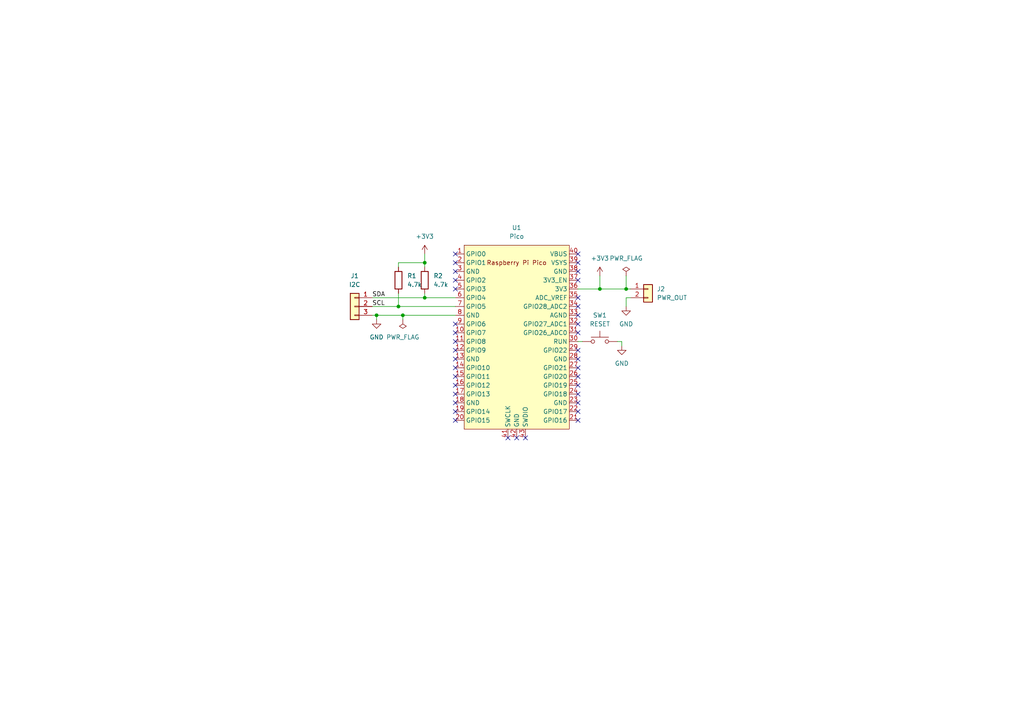
<source format=kicad_sch>
(kicad_sch (version 20211123) (generator eeschema)

  (uuid bfba773f-e3be-41fb-95b6-51a328f3edf8)

  (paper "A4")

  (title_block
    (title "PicoRomWriter")
    (date "2022-08-18")
    (rev "Ver. 1.0")
    (company "PnPn Manufactory")
  )

  (lib_symbols
    (symbol "Connector_Generic:Conn_01x02" (pin_names (offset 1.016) hide) (in_bom yes) (on_board yes)
      (property "Reference" "J" (id 0) (at 0 2.54 0)
        (effects (font (size 1.27 1.27)))
      )
      (property "Value" "Conn_01x02" (id 1) (at 0 -5.08 0)
        (effects (font (size 1.27 1.27)))
      )
      (property "Footprint" "" (id 2) (at 0 0 0)
        (effects (font (size 1.27 1.27)) hide)
      )
      (property "Datasheet" "~" (id 3) (at 0 0 0)
        (effects (font (size 1.27 1.27)) hide)
      )
      (property "ki_keywords" "connector" (id 4) (at 0 0 0)
        (effects (font (size 1.27 1.27)) hide)
      )
      (property "ki_description" "Generic connector, single row, 01x02, script generated (kicad-library-utils/schlib/autogen/connector/)" (id 5) (at 0 0 0)
        (effects (font (size 1.27 1.27)) hide)
      )
      (property "ki_fp_filters" "Connector*:*_1x??_*" (id 6) (at 0 0 0)
        (effects (font (size 1.27 1.27)) hide)
      )
      (symbol "Conn_01x02_1_1"
        (rectangle (start -1.27 -2.413) (end 0 -2.667)
          (stroke (width 0.1524) (type default) (color 0 0 0 0))
          (fill (type none))
        )
        (rectangle (start -1.27 0.127) (end 0 -0.127)
          (stroke (width 0.1524) (type default) (color 0 0 0 0))
          (fill (type none))
        )
        (rectangle (start -1.27 1.27) (end 1.27 -3.81)
          (stroke (width 0.254) (type default) (color 0 0 0 0))
          (fill (type background))
        )
        (pin passive line (at -5.08 0 0) (length 3.81)
          (name "Pin_1" (effects (font (size 1.27 1.27))))
          (number "1" (effects (font (size 1.27 1.27))))
        )
        (pin passive line (at -5.08 -2.54 0) (length 3.81)
          (name "Pin_2" (effects (font (size 1.27 1.27))))
          (number "2" (effects (font (size 1.27 1.27))))
        )
      )
    )
    (symbol "Connector_Generic:Conn_01x03" (pin_names (offset 1.016) hide) (in_bom yes) (on_board yes)
      (property "Reference" "J" (id 0) (at 0 5.08 0)
        (effects (font (size 1.27 1.27)))
      )
      (property "Value" "Conn_01x03" (id 1) (at 0 -5.08 0)
        (effects (font (size 1.27 1.27)))
      )
      (property "Footprint" "" (id 2) (at 0 0 0)
        (effects (font (size 1.27 1.27)) hide)
      )
      (property "Datasheet" "~" (id 3) (at 0 0 0)
        (effects (font (size 1.27 1.27)) hide)
      )
      (property "ki_keywords" "connector" (id 4) (at 0 0 0)
        (effects (font (size 1.27 1.27)) hide)
      )
      (property "ki_description" "Generic connector, single row, 01x03, script generated (kicad-library-utils/schlib/autogen/connector/)" (id 5) (at 0 0 0)
        (effects (font (size 1.27 1.27)) hide)
      )
      (property "ki_fp_filters" "Connector*:*_1x??_*" (id 6) (at 0 0 0)
        (effects (font (size 1.27 1.27)) hide)
      )
      (symbol "Conn_01x03_1_1"
        (rectangle (start -1.27 -2.413) (end 0 -2.667)
          (stroke (width 0.1524) (type default) (color 0 0 0 0))
          (fill (type none))
        )
        (rectangle (start -1.27 0.127) (end 0 -0.127)
          (stroke (width 0.1524) (type default) (color 0 0 0 0))
          (fill (type none))
        )
        (rectangle (start -1.27 2.667) (end 0 2.413)
          (stroke (width 0.1524) (type default) (color 0 0 0 0))
          (fill (type none))
        )
        (rectangle (start -1.27 3.81) (end 1.27 -3.81)
          (stroke (width 0.254) (type default) (color 0 0 0 0))
          (fill (type background))
        )
        (pin passive line (at -5.08 2.54 0) (length 3.81)
          (name "Pin_1" (effects (font (size 1.27 1.27))))
          (number "1" (effects (font (size 1.27 1.27))))
        )
        (pin passive line (at -5.08 0 0) (length 3.81)
          (name "Pin_2" (effects (font (size 1.27 1.27))))
          (number "2" (effects (font (size 1.27 1.27))))
        )
        (pin passive line (at -5.08 -2.54 0) (length 3.81)
          (name "Pin_3" (effects (font (size 1.27 1.27))))
          (number "3" (effects (font (size 1.27 1.27))))
        )
      )
    )
    (symbol "Device:R" (pin_numbers hide) (pin_names (offset 0)) (in_bom yes) (on_board yes)
      (property "Reference" "R" (id 0) (at 2.032 0 90)
        (effects (font (size 1.27 1.27)))
      )
      (property "Value" "R" (id 1) (at 0 0 90)
        (effects (font (size 1.27 1.27)))
      )
      (property "Footprint" "" (id 2) (at -1.778 0 90)
        (effects (font (size 1.27 1.27)) hide)
      )
      (property "Datasheet" "~" (id 3) (at 0 0 0)
        (effects (font (size 1.27 1.27)) hide)
      )
      (property "ki_keywords" "R res resistor" (id 4) (at 0 0 0)
        (effects (font (size 1.27 1.27)) hide)
      )
      (property "ki_description" "Resistor" (id 5) (at 0 0 0)
        (effects (font (size 1.27 1.27)) hide)
      )
      (property "ki_fp_filters" "R_*" (id 6) (at 0 0 0)
        (effects (font (size 1.27 1.27)) hide)
      )
      (symbol "R_0_1"
        (rectangle (start -1.016 -2.54) (end 1.016 2.54)
          (stroke (width 0.254) (type default) (color 0 0 0 0))
          (fill (type none))
        )
      )
      (symbol "R_1_1"
        (pin passive line (at 0 3.81 270) (length 1.27)
          (name "~" (effects (font (size 1.27 1.27))))
          (number "1" (effects (font (size 1.27 1.27))))
        )
        (pin passive line (at 0 -3.81 90) (length 1.27)
          (name "~" (effects (font (size 1.27 1.27))))
          (number "2" (effects (font (size 1.27 1.27))))
        )
      )
    )
    (symbol "MCU_RaspberryPi_and_Boards:Pico" (in_bom yes) (on_board yes)
      (property "Reference" "U" (id 0) (at -13.97 27.94 0)
        (effects (font (size 1.27 1.27)))
      )
      (property "Value" "Pico" (id 1) (at 0 19.05 0)
        (effects (font (size 1.27 1.27)))
      )
      (property "Footprint" "RPi_Pico:RPi_Pico_SMD_TH" (id 2) (at 0 0 90)
        (effects (font (size 1.27 1.27)) hide)
      )
      (property "Datasheet" "" (id 3) (at 0 0 0)
        (effects (font (size 1.27 1.27)) hide)
      )
      (symbol "Pico_0_0"
        (text "Raspberry Pi Pico" (at 0 21.59 0)
          (effects (font (size 1.27 1.27)))
        )
      )
      (symbol "Pico_0_1"
        (rectangle (start -15.24 26.67) (end 15.24 -26.67)
          (stroke (width 0) (type default) (color 0 0 0 0))
          (fill (type background))
        )
      )
      (symbol "Pico_1_1"
        (pin bidirectional line (at -17.78 24.13 0) (length 2.54)
          (name "GPIO0" (effects (font (size 1.27 1.27))))
          (number "1" (effects (font (size 1.27 1.27))))
        )
        (pin bidirectional line (at -17.78 1.27 0) (length 2.54)
          (name "GPIO7" (effects (font (size 1.27 1.27))))
          (number "10" (effects (font (size 1.27 1.27))))
        )
        (pin bidirectional line (at -17.78 -1.27 0) (length 2.54)
          (name "GPIO8" (effects (font (size 1.27 1.27))))
          (number "11" (effects (font (size 1.27 1.27))))
        )
        (pin bidirectional line (at -17.78 -3.81 0) (length 2.54)
          (name "GPIO9" (effects (font (size 1.27 1.27))))
          (number "12" (effects (font (size 1.27 1.27))))
        )
        (pin power_in line (at -17.78 -6.35 0) (length 2.54)
          (name "GND" (effects (font (size 1.27 1.27))))
          (number "13" (effects (font (size 1.27 1.27))))
        )
        (pin bidirectional line (at -17.78 -8.89 0) (length 2.54)
          (name "GPIO10" (effects (font (size 1.27 1.27))))
          (number "14" (effects (font (size 1.27 1.27))))
        )
        (pin bidirectional line (at -17.78 -11.43 0) (length 2.54)
          (name "GPIO11" (effects (font (size 1.27 1.27))))
          (number "15" (effects (font (size 1.27 1.27))))
        )
        (pin bidirectional line (at -17.78 -13.97 0) (length 2.54)
          (name "GPIO12" (effects (font (size 1.27 1.27))))
          (number "16" (effects (font (size 1.27 1.27))))
        )
        (pin bidirectional line (at -17.78 -16.51 0) (length 2.54)
          (name "GPIO13" (effects (font (size 1.27 1.27))))
          (number "17" (effects (font (size 1.27 1.27))))
        )
        (pin power_in line (at -17.78 -19.05 0) (length 2.54)
          (name "GND" (effects (font (size 1.27 1.27))))
          (number "18" (effects (font (size 1.27 1.27))))
        )
        (pin bidirectional line (at -17.78 -21.59 0) (length 2.54)
          (name "GPIO14" (effects (font (size 1.27 1.27))))
          (number "19" (effects (font (size 1.27 1.27))))
        )
        (pin bidirectional line (at -17.78 21.59 0) (length 2.54)
          (name "GPIO1" (effects (font (size 1.27 1.27))))
          (number "2" (effects (font (size 1.27 1.27))))
        )
        (pin bidirectional line (at -17.78 -24.13 0) (length 2.54)
          (name "GPIO15" (effects (font (size 1.27 1.27))))
          (number "20" (effects (font (size 1.27 1.27))))
        )
        (pin bidirectional line (at 17.78 -24.13 180) (length 2.54)
          (name "GPIO16" (effects (font (size 1.27 1.27))))
          (number "21" (effects (font (size 1.27 1.27))))
        )
        (pin bidirectional line (at 17.78 -21.59 180) (length 2.54)
          (name "GPIO17" (effects (font (size 1.27 1.27))))
          (number "22" (effects (font (size 1.27 1.27))))
        )
        (pin power_in line (at 17.78 -19.05 180) (length 2.54)
          (name "GND" (effects (font (size 1.27 1.27))))
          (number "23" (effects (font (size 1.27 1.27))))
        )
        (pin bidirectional line (at 17.78 -16.51 180) (length 2.54)
          (name "GPIO18" (effects (font (size 1.27 1.27))))
          (number "24" (effects (font (size 1.27 1.27))))
        )
        (pin bidirectional line (at 17.78 -13.97 180) (length 2.54)
          (name "GPIO19" (effects (font (size 1.27 1.27))))
          (number "25" (effects (font (size 1.27 1.27))))
        )
        (pin bidirectional line (at 17.78 -11.43 180) (length 2.54)
          (name "GPIO20" (effects (font (size 1.27 1.27))))
          (number "26" (effects (font (size 1.27 1.27))))
        )
        (pin bidirectional line (at 17.78 -8.89 180) (length 2.54)
          (name "GPIO21" (effects (font (size 1.27 1.27))))
          (number "27" (effects (font (size 1.27 1.27))))
        )
        (pin power_in line (at 17.78 -6.35 180) (length 2.54)
          (name "GND" (effects (font (size 1.27 1.27))))
          (number "28" (effects (font (size 1.27 1.27))))
        )
        (pin bidirectional line (at 17.78 -3.81 180) (length 2.54)
          (name "GPIO22" (effects (font (size 1.27 1.27))))
          (number "29" (effects (font (size 1.27 1.27))))
        )
        (pin power_in line (at -17.78 19.05 0) (length 2.54)
          (name "GND" (effects (font (size 1.27 1.27))))
          (number "3" (effects (font (size 1.27 1.27))))
        )
        (pin input line (at 17.78 -1.27 180) (length 2.54)
          (name "RUN" (effects (font (size 1.27 1.27))))
          (number "30" (effects (font (size 1.27 1.27))))
        )
        (pin bidirectional line (at 17.78 1.27 180) (length 2.54)
          (name "GPIO26_ADC0" (effects (font (size 1.27 1.27))))
          (number "31" (effects (font (size 1.27 1.27))))
        )
        (pin bidirectional line (at 17.78 3.81 180) (length 2.54)
          (name "GPIO27_ADC1" (effects (font (size 1.27 1.27))))
          (number "32" (effects (font (size 1.27 1.27))))
        )
        (pin power_in line (at 17.78 6.35 180) (length 2.54)
          (name "AGND" (effects (font (size 1.27 1.27))))
          (number "33" (effects (font (size 1.27 1.27))))
        )
        (pin bidirectional line (at 17.78 8.89 180) (length 2.54)
          (name "GPIO28_ADC2" (effects (font (size 1.27 1.27))))
          (number "34" (effects (font (size 1.27 1.27))))
        )
        (pin power_in line (at 17.78 11.43 180) (length 2.54)
          (name "ADC_VREF" (effects (font (size 1.27 1.27))))
          (number "35" (effects (font (size 1.27 1.27))))
        )
        (pin power_in line (at 17.78 13.97 180) (length 2.54)
          (name "3V3" (effects (font (size 1.27 1.27))))
          (number "36" (effects (font (size 1.27 1.27))))
        )
        (pin input line (at 17.78 16.51 180) (length 2.54)
          (name "3V3_EN" (effects (font (size 1.27 1.27))))
          (number "37" (effects (font (size 1.27 1.27))))
        )
        (pin bidirectional line (at 17.78 19.05 180) (length 2.54)
          (name "GND" (effects (font (size 1.27 1.27))))
          (number "38" (effects (font (size 1.27 1.27))))
        )
        (pin power_in line (at 17.78 21.59 180) (length 2.54)
          (name "VSYS" (effects (font (size 1.27 1.27))))
          (number "39" (effects (font (size 1.27 1.27))))
        )
        (pin bidirectional line (at -17.78 16.51 0) (length 2.54)
          (name "GPIO2" (effects (font (size 1.27 1.27))))
          (number "4" (effects (font (size 1.27 1.27))))
        )
        (pin power_in line (at 17.78 24.13 180) (length 2.54)
          (name "VBUS" (effects (font (size 1.27 1.27))))
          (number "40" (effects (font (size 1.27 1.27))))
        )
        (pin input line (at -2.54 -29.21 90) (length 2.54)
          (name "SWCLK" (effects (font (size 1.27 1.27))))
          (number "41" (effects (font (size 1.27 1.27))))
        )
        (pin power_in line (at 0 -29.21 90) (length 2.54)
          (name "GND" (effects (font (size 1.27 1.27))))
          (number "42" (effects (font (size 1.27 1.27))))
        )
        (pin bidirectional line (at 2.54 -29.21 90) (length 2.54)
          (name "SWDIO" (effects (font (size 1.27 1.27))))
          (number "43" (effects (font (size 1.27 1.27))))
        )
        (pin bidirectional line (at -17.78 13.97 0) (length 2.54)
          (name "GPIO3" (effects (font (size 1.27 1.27))))
          (number "5" (effects (font (size 1.27 1.27))))
        )
        (pin bidirectional line (at -17.78 11.43 0) (length 2.54)
          (name "GPIO4" (effects (font (size 1.27 1.27))))
          (number "6" (effects (font (size 1.27 1.27))))
        )
        (pin bidirectional line (at -17.78 8.89 0) (length 2.54)
          (name "GPIO5" (effects (font (size 1.27 1.27))))
          (number "7" (effects (font (size 1.27 1.27))))
        )
        (pin power_in line (at -17.78 6.35 0) (length 2.54)
          (name "GND" (effects (font (size 1.27 1.27))))
          (number "8" (effects (font (size 1.27 1.27))))
        )
        (pin bidirectional line (at -17.78 3.81 0) (length 2.54)
          (name "GPIO6" (effects (font (size 1.27 1.27))))
          (number "9" (effects (font (size 1.27 1.27))))
        )
      )
    )
    (symbol "Switch:SW_Push" (pin_numbers hide) (pin_names (offset 1.016) hide) (in_bom yes) (on_board yes)
      (property "Reference" "SW" (id 0) (at 1.27 2.54 0)
        (effects (font (size 1.27 1.27)) (justify left))
      )
      (property "Value" "SW_Push" (id 1) (at 0 -1.524 0)
        (effects (font (size 1.27 1.27)))
      )
      (property "Footprint" "" (id 2) (at 0 5.08 0)
        (effects (font (size 1.27 1.27)) hide)
      )
      (property "Datasheet" "~" (id 3) (at 0 5.08 0)
        (effects (font (size 1.27 1.27)) hide)
      )
      (property "ki_keywords" "switch normally-open pushbutton push-button" (id 4) (at 0 0 0)
        (effects (font (size 1.27 1.27)) hide)
      )
      (property "ki_description" "Push button switch, generic, two pins" (id 5) (at 0 0 0)
        (effects (font (size 1.27 1.27)) hide)
      )
      (symbol "SW_Push_0_1"
        (circle (center -2.032 0) (radius 0.508)
          (stroke (width 0) (type default) (color 0 0 0 0))
          (fill (type none))
        )
        (polyline
          (pts
            (xy 0 1.27)
            (xy 0 3.048)
          )
          (stroke (width 0) (type default) (color 0 0 0 0))
          (fill (type none))
        )
        (polyline
          (pts
            (xy 2.54 1.27)
            (xy -2.54 1.27)
          )
          (stroke (width 0) (type default) (color 0 0 0 0))
          (fill (type none))
        )
        (circle (center 2.032 0) (radius 0.508)
          (stroke (width 0) (type default) (color 0 0 0 0))
          (fill (type none))
        )
        (pin passive line (at -5.08 0 0) (length 2.54)
          (name "1" (effects (font (size 1.27 1.27))))
          (number "1" (effects (font (size 1.27 1.27))))
        )
        (pin passive line (at 5.08 0 180) (length 2.54)
          (name "2" (effects (font (size 1.27 1.27))))
          (number "2" (effects (font (size 1.27 1.27))))
        )
      )
    )
    (symbol "power:+3V3" (power) (pin_names (offset 0)) (in_bom yes) (on_board yes)
      (property "Reference" "#PWR" (id 0) (at 0 -3.81 0)
        (effects (font (size 1.27 1.27)) hide)
      )
      (property "Value" "+3V3" (id 1) (at 0 3.556 0)
        (effects (font (size 1.27 1.27)))
      )
      (property "Footprint" "" (id 2) (at 0 0 0)
        (effects (font (size 1.27 1.27)) hide)
      )
      (property "Datasheet" "" (id 3) (at 0 0 0)
        (effects (font (size 1.27 1.27)) hide)
      )
      (property "ki_keywords" "power-flag" (id 4) (at 0 0 0)
        (effects (font (size 1.27 1.27)) hide)
      )
      (property "ki_description" "Power symbol creates a global label with name \"+3V3\"" (id 5) (at 0 0 0)
        (effects (font (size 1.27 1.27)) hide)
      )
      (symbol "+3V3_0_1"
        (polyline
          (pts
            (xy -0.762 1.27)
            (xy 0 2.54)
          )
          (stroke (width 0) (type default) (color 0 0 0 0))
          (fill (type none))
        )
        (polyline
          (pts
            (xy 0 0)
            (xy 0 2.54)
          )
          (stroke (width 0) (type default) (color 0 0 0 0))
          (fill (type none))
        )
        (polyline
          (pts
            (xy 0 2.54)
            (xy 0.762 1.27)
          )
          (stroke (width 0) (type default) (color 0 0 0 0))
          (fill (type none))
        )
      )
      (symbol "+3V3_1_1"
        (pin power_in line (at 0 0 90) (length 0) hide
          (name "+3V3" (effects (font (size 1.27 1.27))))
          (number "1" (effects (font (size 1.27 1.27))))
        )
      )
    )
    (symbol "power:GND" (power) (pin_names (offset 0)) (in_bom yes) (on_board yes)
      (property "Reference" "#PWR" (id 0) (at 0 -6.35 0)
        (effects (font (size 1.27 1.27)) hide)
      )
      (property "Value" "GND" (id 1) (at 0 -3.81 0)
        (effects (font (size 1.27 1.27)))
      )
      (property "Footprint" "" (id 2) (at 0 0 0)
        (effects (font (size 1.27 1.27)) hide)
      )
      (property "Datasheet" "" (id 3) (at 0 0 0)
        (effects (font (size 1.27 1.27)) hide)
      )
      (property "ki_keywords" "power-flag" (id 4) (at 0 0 0)
        (effects (font (size 1.27 1.27)) hide)
      )
      (property "ki_description" "Power symbol creates a global label with name \"GND\" , ground" (id 5) (at 0 0 0)
        (effects (font (size 1.27 1.27)) hide)
      )
      (symbol "GND_0_1"
        (polyline
          (pts
            (xy 0 0)
            (xy 0 -1.27)
            (xy 1.27 -1.27)
            (xy 0 -2.54)
            (xy -1.27 -1.27)
            (xy 0 -1.27)
          )
          (stroke (width 0) (type default) (color 0 0 0 0))
          (fill (type none))
        )
      )
      (symbol "GND_1_1"
        (pin power_in line (at 0 0 270) (length 0) hide
          (name "GND" (effects (font (size 1.27 1.27))))
          (number "1" (effects (font (size 1.27 1.27))))
        )
      )
    )
    (symbol "power:PWR_FLAG" (power) (pin_numbers hide) (pin_names (offset 0) hide) (in_bom yes) (on_board yes)
      (property "Reference" "#FLG" (id 0) (at 0 1.905 0)
        (effects (font (size 1.27 1.27)) hide)
      )
      (property "Value" "PWR_FLAG" (id 1) (at 0 3.81 0)
        (effects (font (size 1.27 1.27)))
      )
      (property "Footprint" "" (id 2) (at 0 0 0)
        (effects (font (size 1.27 1.27)) hide)
      )
      (property "Datasheet" "~" (id 3) (at 0 0 0)
        (effects (font (size 1.27 1.27)) hide)
      )
      (property "ki_keywords" "power-flag" (id 4) (at 0 0 0)
        (effects (font (size 1.27 1.27)) hide)
      )
      (property "ki_description" "Special symbol for telling ERC where power comes from" (id 5) (at 0 0 0)
        (effects (font (size 1.27 1.27)) hide)
      )
      (symbol "PWR_FLAG_0_0"
        (pin power_out line (at 0 0 90) (length 0)
          (name "pwr" (effects (font (size 1.27 1.27))))
          (number "1" (effects (font (size 1.27 1.27))))
        )
      )
      (symbol "PWR_FLAG_0_1"
        (polyline
          (pts
            (xy 0 0)
            (xy 0 1.27)
            (xy -1.016 1.905)
            (xy 0 2.54)
            (xy 1.016 1.905)
            (xy 0 1.27)
          )
          (stroke (width 0) (type default) (color 0 0 0 0))
          (fill (type none))
        )
      )
    )
  )

  (junction (at 181.61 83.82) (diameter 0) (color 0 0 0 0)
    (uuid 1bb225ea-6fb7-4667-a7ba-63e599c895db)
  )
  (junction (at 173.99 83.82) (diameter 0) (color 0 0 0 0)
    (uuid 1d938f32-50c4-4251-9385-39f77d800966)
  )
  (junction (at 115.57 88.9) (diameter 0) (color 0 0 0 0)
    (uuid 61495a85-8e2f-49fd-80e5-e55d8e0591aa)
  )
  (junction (at 109.22 91.44) (diameter 0) (color 0 0 0 0)
    (uuid 6c60e070-4378-4474-a2fa-e7fc88695eea)
  )
  (junction (at 116.84 91.44) (diameter 0) (color 0 0 0 0)
    (uuid 86bbb538-756c-412f-9827-2fa3bc42cea0)
  )
  (junction (at 123.19 76.2) (diameter 0) (color 0 0 0 0)
    (uuid ece14688-aaec-4920-9bff-e659a050ebee)
  )
  (junction (at 123.19 86.36) (diameter 0) (color 0 0 0 0)
    (uuid ff8fed1a-0d6e-40a5-a5ae-eba49616fe07)
  )

  (no_connect (at 167.64 86.36) (uuid 3b52c97d-fd1e-4f38-82a1-e83c654f1d85))
  (no_connect (at 167.64 91.44) (uuid 3b52c97d-fd1e-4f38-82a1-e83c654f1d86))
  (no_connect (at 167.64 88.9) (uuid 3b52c97d-fd1e-4f38-82a1-e83c654f1d87))
  (no_connect (at 167.64 96.52) (uuid 3b52c97d-fd1e-4f38-82a1-e83c654f1d88))
  (no_connect (at 167.64 93.98) (uuid 3b52c97d-fd1e-4f38-82a1-e83c654f1d89))
  (no_connect (at 147.32 127) (uuid 3b52c97d-fd1e-4f38-82a1-e83c654f1d8a))
  (no_connect (at 149.86 127) (uuid 3b52c97d-fd1e-4f38-82a1-e83c654f1d8b))
  (no_connect (at 167.64 121.92) (uuid 3b52c97d-fd1e-4f38-82a1-e83c654f1d8c))
  (no_connect (at 152.4 127) (uuid 3b52c97d-fd1e-4f38-82a1-e83c654f1d8d))
  (no_connect (at 167.64 114.3) (uuid 3b52c97d-fd1e-4f38-82a1-e83c654f1d8e))
  (no_connect (at 167.64 116.84) (uuid 3b52c97d-fd1e-4f38-82a1-e83c654f1d8f))
  (no_connect (at 132.08 121.92) (uuid 3b52c97d-fd1e-4f38-82a1-e83c654f1d90))
  (no_connect (at 167.64 73.66) (uuid 3b52c97d-fd1e-4f38-82a1-e83c654f1d91))
  (no_connect (at 167.64 119.38) (uuid 3b52c97d-fd1e-4f38-82a1-e83c654f1d92))
  (no_connect (at 167.64 81.28) (uuid 3b52c97d-fd1e-4f38-82a1-e83c654f1d93))
  (no_connect (at 167.64 76.2) (uuid 3b52c97d-fd1e-4f38-82a1-e83c654f1d94))
  (no_connect (at 167.64 78.74) (uuid 3b52c97d-fd1e-4f38-82a1-e83c654f1d95))
  (no_connect (at 167.64 106.68) (uuid 3b52c97d-fd1e-4f38-82a1-e83c654f1d96))
  (no_connect (at 167.64 101.6) (uuid 3b52c97d-fd1e-4f38-82a1-e83c654f1d97))
  (no_connect (at 167.64 109.22) (uuid 3b52c97d-fd1e-4f38-82a1-e83c654f1d98))
  (no_connect (at 167.64 111.76) (uuid 3b52c97d-fd1e-4f38-82a1-e83c654f1d99))
  (no_connect (at 167.64 104.14) (uuid 3b52c97d-fd1e-4f38-82a1-e83c654f1d9a))
  (no_connect (at 132.08 101.6) (uuid 5976331e-9c83-4528-9989-fa3b49fbcb84))
  (no_connect (at 132.08 99.06) (uuid 5976331e-9c83-4528-9989-fa3b49fbcb85))
  (no_connect (at 132.08 93.98) (uuid 5976331e-9c83-4528-9989-fa3b49fbcb86))
  (no_connect (at 132.08 96.52) (uuid 5976331e-9c83-4528-9989-fa3b49fbcb87))
  (no_connect (at 132.08 106.68) (uuid 5976331e-9c83-4528-9989-fa3b49fbcb88))
  (no_connect (at 132.08 114.3) (uuid 5976331e-9c83-4528-9989-fa3b49fbcb89))
  (no_connect (at 132.08 104.14) (uuid 5976331e-9c83-4528-9989-fa3b49fbcb8a))
  (no_connect (at 132.08 111.76) (uuid 5976331e-9c83-4528-9989-fa3b49fbcb8b))
  (no_connect (at 132.08 109.22) (uuid 5976331e-9c83-4528-9989-fa3b49fbcb8c))
  (no_connect (at 132.08 78.74) (uuid 5976331e-9c83-4528-9989-fa3b49fbcb8d))
  (no_connect (at 132.08 73.66) (uuid 5976331e-9c83-4528-9989-fa3b49fbcb8e))
  (no_connect (at 132.08 76.2) (uuid 5976331e-9c83-4528-9989-fa3b49fbcb8f))
  (no_connect (at 132.08 119.38) (uuid 5976331e-9c83-4528-9989-fa3b49fbcb90))
  (no_connect (at 132.08 116.84) (uuid 5976331e-9c83-4528-9989-fa3b49fbcb91))
  (no_connect (at 132.08 81.28) (uuid a8a336b0-017a-4f65-a3aa-4be1822e72fb))
  (no_connect (at 132.08 83.82) (uuid a8a336b0-017a-4f65-a3aa-4be1822e72fb))

  (wire (pts (xy 115.57 88.9) (xy 132.08 88.9))
    (stroke (width 0) (type default) (color 0 0 0 0))
    (uuid 0ece1a38-1147-4b5d-ba24-d5e8c5da90b2)
  )
  (wire (pts (xy 173.99 80.01) (xy 173.99 83.82))
    (stroke (width 0) (type default) (color 0 0 0 0))
    (uuid 16e2ef9d-278d-43a2-8071-c90276459bcf)
  )
  (wire (pts (xy 167.64 99.06) (xy 168.91 99.06))
    (stroke (width 0) (type default) (color 0 0 0 0))
    (uuid 189e3251-e127-41ea-bd89-4353598cd53f)
  )
  (wire (pts (xy 123.19 73.66) (xy 123.19 76.2))
    (stroke (width 0) (type default) (color 0 0 0 0))
    (uuid 19cf0fbd-2c82-4d5e-bf4a-63d5b3ff5f55)
  )
  (wire (pts (xy 115.57 85.09) (xy 115.57 88.9))
    (stroke (width 0) (type default) (color 0 0 0 0))
    (uuid 2081f1ea-3db0-4da4-9ad0-ffecfbacba90)
  )
  (wire (pts (xy 115.57 76.2) (xy 115.57 77.47))
    (stroke (width 0) (type default) (color 0 0 0 0))
    (uuid 20c4ef49-4e77-4f51-bcbb-e58f79f092b8)
  )
  (wire (pts (xy 107.95 91.44) (xy 109.22 91.44))
    (stroke (width 0) (type default) (color 0 0 0 0))
    (uuid 22b1c987-bd5f-48a0-9f45-73e2bbc3d4bb)
  )
  (wire (pts (xy 107.95 88.9) (xy 115.57 88.9))
    (stroke (width 0) (type default) (color 0 0 0 0))
    (uuid 33cf915e-60ff-4a52-84c6-a695a45d9a23)
  )
  (wire (pts (xy 123.19 76.2) (xy 123.19 77.47))
    (stroke (width 0) (type default) (color 0 0 0 0))
    (uuid 3c093d85-5e44-4900-a44c-e5c844859233)
  )
  (wire (pts (xy 179.07 99.06) (xy 180.34 99.06))
    (stroke (width 0) (type default) (color 0 0 0 0))
    (uuid 3cfd592f-e8f7-4d2f-89d6-af642f777b9a)
  )
  (wire (pts (xy 181.61 86.36) (xy 181.61 88.9))
    (stroke (width 0) (type default) (color 0 0 0 0))
    (uuid 44e52c9c-8c76-4d4d-8eb7-d1ea6ddcb874)
  )
  (wire (pts (xy 109.22 91.44) (xy 116.84 91.44))
    (stroke (width 0) (type default) (color 0 0 0 0))
    (uuid 4bcb2139-105a-4bb1-a71c-d3298ee616b6)
  )
  (wire (pts (xy 123.19 85.09) (xy 123.19 86.36))
    (stroke (width 0) (type default) (color 0 0 0 0))
    (uuid 58aefc48-a60f-4f6c-943d-3cdbde5e07b1)
  )
  (wire (pts (xy 107.95 86.36) (xy 123.19 86.36))
    (stroke (width 0) (type default) (color 0 0 0 0))
    (uuid 6216b86f-8c36-40e1-9d12-e869149ffc8b)
  )
  (wire (pts (xy 116.84 91.44) (xy 116.84 92.71))
    (stroke (width 0) (type default) (color 0 0 0 0))
    (uuid 62b25915-366e-4ce7-8c00-36f38b7f99a0)
  )
  (wire (pts (xy 115.57 76.2) (xy 123.19 76.2))
    (stroke (width 0) (type default) (color 0 0 0 0))
    (uuid 6785d73c-6e9c-4a69-96e1-1dcda3bb1fee)
  )
  (wire (pts (xy 181.61 83.82) (xy 182.88 83.82))
    (stroke (width 0) (type default) (color 0 0 0 0))
    (uuid 793aa86f-3f5c-43f7-867a-da84d653f199)
  )
  (wire (pts (xy 180.34 99.06) (xy 180.34 100.33))
    (stroke (width 0) (type default) (color 0 0 0 0))
    (uuid 837c9418-e843-4293-8dbf-3fb3674177db)
  )
  (wire (pts (xy 181.61 86.36) (xy 182.88 86.36))
    (stroke (width 0) (type default) (color 0 0 0 0))
    (uuid 89809c92-7acd-40ad-928e-572fc627bc5d)
  )
  (wire (pts (xy 109.22 91.44) (xy 109.22 92.71))
    (stroke (width 0) (type default) (color 0 0 0 0))
    (uuid c0e50fdd-f549-45af-9b35-ea1036b26acb)
  )
  (wire (pts (xy 181.61 80.01) (xy 181.61 83.82))
    (stroke (width 0) (type default) (color 0 0 0 0))
    (uuid db574447-ab2d-4e4a-a192-170d01a2620f)
  )
  (wire (pts (xy 116.84 91.44) (xy 132.08 91.44))
    (stroke (width 0) (type default) (color 0 0 0 0))
    (uuid e7a1f548-b6dd-48b3-b476-7232d2352fd3)
  )
  (wire (pts (xy 173.99 83.82) (xy 181.61 83.82))
    (stroke (width 0) (type default) (color 0 0 0 0))
    (uuid ede07620-4429-49e5-b0c0-fcd1ead3e960)
  )
  (wire (pts (xy 123.19 86.36) (xy 132.08 86.36))
    (stroke (width 0) (type default) (color 0 0 0 0))
    (uuid f8a07d04-aaf8-4715-a1a9-172ae61a2ccd)
  )
  (wire (pts (xy 167.64 83.82) (xy 173.99 83.82))
    (stroke (width 0) (type default) (color 0 0 0 0))
    (uuid fd87c133-1a53-4eed-a2e5-eba78a79b5c2)
  )

  (label "SCL" (at 107.95 88.9 0)
    (effects (font (size 1.27 1.27)) (justify left bottom))
    (uuid 576effe8-0c56-4cb7-a395-cbe213a8285f)
  )
  (label "SDA" (at 107.95 86.36 0)
    (effects (font (size 1.27 1.27)) (justify left bottom))
    (uuid 99478ed3-8549-4c32-ae30-58cdf489478f)
  )

  (symbol (lib_id "Connector_Generic:Conn_01x02") (at 187.96 83.82 0) (unit 1)
    (in_bom yes) (on_board yes) (fields_autoplaced)
    (uuid 12708eb3-7cde-4593-9bee-2c1253dcbd0a)
    (property "Reference" "J2" (id 0) (at 190.5 83.8199 0)
      (effects (font (size 1.27 1.27)) (justify left))
    )
    (property "Value" "PWR_OUT" (id 1) (at 190.5 86.3599 0)
      (effects (font (size 1.27 1.27)) (justify left))
    )
    (property "Footprint" "Connector_JST:JST_XH_B2B-XH-A_1x02_P2.50mm_Vertical" (id 2) (at 187.96 83.82 0)
      (effects (font (size 1.27 1.27)) hide)
    )
    (property "Datasheet" "~" (id 3) (at 187.96 83.82 0)
      (effects (font (size 1.27 1.27)) hide)
    )
    (pin "1" (uuid 10abf944-35c6-4d75-8740-34a4bb230926))
    (pin "2" (uuid 120b34e1-d13b-4c0c-9f02-1ff7bfc5c397))
  )

  (symbol (lib_id "power:PWR_FLAG") (at 116.84 92.71 180) (unit 1)
    (in_bom yes) (on_board yes) (fields_autoplaced)
    (uuid 1dac7313-6dd0-45d2-a810-3048386027d6)
    (property "Reference" "#FLG?" (id 0) (at 116.84 94.615 0)
      (effects (font (size 1.27 1.27)) hide)
    )
    (property "Value" "PWR_FLAG" (id 1) (at 116.84 97.79 0))
    (property "Footprint" "" (id 2) (at 116.84 92.71 0)
      (effects (font (size 1.27 1.27)) hide)
    )
    (property "Datasheet" "~" (id 3) (at 116.84 92.71 0)
      (effects (font (size 1.27 1.27)) hide)
    )
    (pin "1" (uuid 3f20fbe9-7214-4e51-b06a-0661a3b89cc7))
  )

  (symbol (lib_id "power:GND") (at 181.61 88.9 0) (unit 1)
    (in_bom yes) (on_board yes) (fields_autoplaced)
    (uuid 2f989ad2-80d4-43b5-b24b-228e1d492728)
    (property "Reference" "#PWR02" (id 0) (at 181.61 95.25 0)
      (effects (font (size 1.27 1.27)) hide)
    )
    (property "Value" "GND" (id 1) (at 181.61 93.98 0))
    (property "Footprint" "" (id 2) (at 181.61 88.9 0)
      (effects (font (size 1.27 1.27)) hide)
    )
    (property "Datasheet" "" (id 3) (at 181.61 88.9 0)
      (effects (font (size 1.27 1.27)) hide)
    )
    (pin "1" (uuid 9c35e91a-2727-4d93-9d8c-d2626b5fe7bf))
  )

  (symbol (lib_id "power:+3V3") (at 123.19 73.66 0) (unit 1)
    (in_bom yes) (on_board yes) (fields_autoplaced)
    (uuid 4081b3f2-764e-4b0c-ac23-a64e0154387e)
    (property "Reference" "#PWR01" (id 0) (at 123.19 77.47 0)
      (effects (font (size 1.27 1.27)) hide)
    )
    (property "Value" "+3V3" (id 1) (at 123.19 68.58 0))
    (property "Footprint" "" (id 2) (at 123.19 73.66 0)
      (effects (font (size 1.27 1.27)) hide)
    )
    (property "Datasheet" "" (id 3) (at 123.19 73.66 0)
      (effects (font (size 1.27 1.27)) hide)
    )
    (pin "1" (uuid b5eb9d0b-c63e-4b9b-a9be-426ae750878b))
  )

  (symbol (lib_id "power:+3V3") (at 173.99 80.01 0) (unit 1)
    (in_bom yes) (on_board yes) (fields_autoplaced)
    (uuid 4954db91-dd86-4188-a22d-dbaf969a08e9)
    (property "Reference" "#PWR05" (id 0) (at 173.99 83.82 0)
      (effects (font (size 1.27 1.27)) hide)
    )
    (property "Value" "+3V3" (id 1) (at 173.99 74.93 0))
    (property "Footprint" "" (id 2) (at 173.99 80.01 0)
      (effects (font (size 1.27 1.27)) hide)
    )
    (property "Datasheet" "" (id 3) (at 173.99 80.01 0)
      (effects (font (size 1.27 1.27)) hide)
    )
    (pin "1" (uuid a100165c-8be8-4723-bd94-1e6c9abc762e))
  )

  (symbol (lib_id "Connector_Generic:Conn_01x03") (at 102.87 88.9 0) (mirror y) (unit 1)
    (in_bom yes) (on_board yes) (fields_autoplaced)
    (uuid 4a4b5390-de15-4394-b9da-8fdfe7d180c3)
    (property "Reference" "J1" (id 0) (at 102.87 80.01 0))
    (property "Value" "I2C" (id 1) (at 102.87 82.55 0))
    (property "Footprint" "Connector_JST:JST_XH_B3B-XH-A_1x03_P2.50mm_Vertical" (id 2) (at 102.87 88.9 0)
      (effects (font (size 1.27 1.27)) hide)
    )
    (property "Datasheet" "~" (id 3) (at 102.87 88.9 0)
      (effects (font (size 1.27 1.27)) hide)
    )
    (pin "1" (uuid 908d888e-65dd-45bf-9942-95b94b539d19))
    (pin "2" (uuid 6c3a3f62-5124-4e9a-997c-dd67078b8680))
    (pin "3" (uuid d21a7b1d-5d1d-4b70-b46f-da2a2dac16af))
  )

  (symbol (lib_id "Device:R") (at 123.19 81.28 0) (unit 1)
    (in_bom yes) (on_board yes) (fields_autoplaced)
    (uuid 74186e51-ecf7-430f-8d0b-8e9ee9eed43f)
    (property "Reference" "R2" (id 0) (at 125.73 80.0099 0)
      (effects (font (size 1.27 1.27)) (justify left))
    )
    (property "Value" "4.7k" (id 1) (at 125.73 82.5499 0)
      (effects (font (size 1.27 1.27)) (justify left))
    )
    (property "Footprint" "Resistor_THT:R_Axial_DIN0207_L6.3mm_D2.5mm_P10.16mm_Horizontal" (id 2) (at 121.412 81.28 90)
      (effects (font (size 1.27 1.27)) hide)
    )
    (property "Datasheet" "~" (id 3) (at 123.19 81.28 0)
      (effects (font (size 1.27 1.27)) hide)
    )
    (pin "1" (uuid 35e2b371-54b2-4cf1-a92c-1f571cce1c6a))
    (pin "2" (uuid 4a2feda9-08c8-4c77-910b-5c49e5e18d6a))
  )

  (symbol (lib_id "power:GND") (at 180.34 100.33 0) (unit 1)
    (in_bom yes) (on_board yes) (fields_autoplaced)
    (uuid 8f2690e6-7a52-43a8-802a-6724a2a5c04f)
    (property "Reference" "#PWR06" (id 0) (at 180.34 106.68 0)
      (effects (font (size 1.27 1.27)) hide)
    )
    (property "Value" "GND" (id 1) (at 180.34 105.41 0))
    (property "Footprint" "" (id 2) (at 180.34 100.33 0)
      (effects (font (size 1.27 1.27)) hide)
    )
    (property "Datasheet" "" (id 3) (at 180.34 100.33 0)
      (effects (font (size 1.27 1.27)) hide)
    )
    (pin "1" (uuid 8409a3ea-a788-4da8-863a-7dfc6092d82b))
  )

  (symbol (lib_id "Device:R") (at 115.57 81.28 0) (unit 1)
    (in_bom yes) (on_board yes) (fields_autoplaced)
    (uuid 8ffdf010-a3b1-4631-a63c-a38fbedabc34)
    (property "Reference" "R1" (id 0) (at 118.11 80.0099 0)
      (effects (font (size 1.27 1.27)) (justify left))
    )
    (property "Value" "4.7k" (id 1) (at 118.11 82.5499 0)
      (effects (font (size 1.27 1.27)) (justify left))
    )
    (property "Footprint" "Resistor_THT:R_Axial_DIN0207_L6.3mm_D2.5mm_P10.16mm_Horizontal" (id 2) (at 113.792 81.28 90)
      (effects (font (size 1.27 1.27)) hide)
    )
    (property "Datasheet" "~" (id 3) (at 115.57 81.28 0)
      (effects (font (size 1.27 1.27)) hide)
    )
    (pin "1" (uuid a758797b-167e-4165-b099-86ec7d697c44))
    (pin "2" (uuid b8513a96-78fc-4a20-85ad-7db3ee6640ae))
  )

  (symbol (lib_id "power:PWR_FLAG") (at 181.61 80.01 0) (unit 1)
    (in_bom yes) (on_board yes) (fields_autoplaced)
    (uuid 92b4ab21-63f9-4bea-9200-f17276f16b6e)
    (property "Reference" "#FLG01" (id 0) (at 181.61 78.105 0)
      (effects (font (size 1.27 1.27)) hide)
    )
    (property "Value" "PWR_FLAG" (id 1) (at 181.61 74.93 0))
    (property "Footprint" "" (id 2) (at 181.61 80.01 0)
      (effects (font (size 1.27 1.27)) hide)
    )
    (property "Datasheet" "~" (id 3) (at 181.61 80.01 0)
      (effects (font (size 1.27 1.27)) hide)
    )
    (pin "1" (uuid 6e46c76d-20cc-41aa-845a-cf6adfe8652f))
  )

  (symbol (lib_id "power:GND") (at 109.22 92.71 0) (unit 1)
    (in_bom yes) (on_board yes) (fields_autoplaced)
    (uuid 96c7912a-5e3e-4920-9f06-82126f3cfd6f)
    (property "Reference" "#PWR03" (id 0) (at 109.22 99.06 0)
      (effects (font (size 1.27 1.27)) hide)
    )
    (property "Value" "GND" (id 1) (at 109.22 97.79 0))
    (property "Footprint" "" (id 2) (at 109.22 92.71 0)
      (effects (font (size 1.27 1.27)) hide)
    )
    (property "Datasheet" "" (id 3) (at 109.22 92.71 0)
      (effects (font (size 1.27 1.27)) hide)
    )
    (pin "1" (uuid 464bcb30-139f-41ed-9849-18bd70d3691c))
  )

  (symbol (lib_id "Switch:SW_Push") (at 173.99 99.06 0) (unit 1)
    (in_bom yes) (on_board yes) (fields_autoplaced)
    (uuid d0acf7b1-5bf5-427e-a2b3-d546cfc98fb2)
    (property "Reference" "SW1" (id 0) (at 173.99 91.44 0))
    (property "Value" "RESET" (id 1) (at 173.99 93.98 0))
    (property "Footprint" "Button_Switch_THT:SW_PUSH_6mm_H8.5mm" (id 2) (at 173.99 93.98 0)
      (effects (font (size 1.27 1.27)) hide)
    )
    (property "Datasheet" "~" (id 3) (at 173.99 93.98 0)
      (effects (font (size 1.27 1.27)) hide)
    )
    (pin "1" (uuid 0dc6341f-2340-475c-aa5d-587c611a32ad))
    (pin "2" (uuid a18d1033-cde5-49c8-ad3e-b655bdb8c1dd))
  )

  (symbol (lib_id "MCU_RaspberryPi_and_Boards:Pico") (at 149.86 97.79 0) (unit 1)
    (in_bom yes) (on_board yes) (fields_autoplaced)
    (uuid ee2926fd-0be3-471c-a7d9-a648e9077f9a)
    (property "Reference" "U1" (id 0) (at 149.86 66.04 0))
    (property "Value" "Pico" (id 1) (at 149.86 68.58 0))
    (property "Footprint" "MCU_RaspberryPi_and_Boards:RPi_Pico_SMD_TH" (id 2) (at 149.86 97.79 90)
      (effects (font (size 1.27 1.27)) hide)
    )
    (property "Datasheet" "" (id 3) (at 149.86 97.79 0)
      (effects (font (size 1.27 1.27)) hide)
    )
    (pin "1" (uuid 75bd6176-8bd9-4af4-9ff0-5e4ff2498dd4))
    (pin "10" (uuid 33166831-7ac4-4c10-9fc5-714f9cfb1788))
    (pin "11" (uuid ce48e9b7-78d9-4fe7-afbd-9885952e9aea))
    (pin "12" (uuid 3e95f8bb-3470-4de3-bcc7-d5493dc46c69))
    (pin "13" (uuid 109392b7-f92a-4c66-aabc-bb96cda1ee91))
    (pin "14" (uuid d6ce7ca3-7f02-419e-b406-cea7b8ce2852))
    (pin "15" (uuid fe80761c-d29c-40a9-966e-ad7340b632f2))
    (pin "16" (uuid 2cef3754-e9b6-486f-b71c-61784aa514a5))
    (pin "17" (uuid ccab633d-e12b-492a-806e-b7cfbea796fc))
    (pin "18" (uuid bb9253c6-c163-43cf-9296-fb8ebc6d9e8c))
    (pin "19" (uuid ebd030ef-50ba-45ff-9281-e051988c5934))
    (pin "2" (uuid 11537bc0-44bc-46ee-9a21-f749f128d594))
    (pin "20" (uuid cd2d01ad-797f-417d-b076-fae193c426bd))
    (pin "21" (uuid fa6adc4a-7795-4d4e-a7a4-107ab4e2c979))
    (pin "22" (uuid 592dea8a-d9e4-4456-9203-c1a60242f1c4))
    (pin "23" (uuid 30cf74c8-a35c-4713-902c-b49cc7a1565f))
    (pin "24" (uuid 9a36f2b5-25ef-4d73-87a3-48b9048494aa))
    (pin "25" (uuid 040709a1-4949-4d2d-b0de-5b796d13f323))
    (pin "26" (uuid 77808d59-257e-4948-b4aa-4535bf494592))
    (pin "27" (uuid cce78a74-231b-413c-9e7e-eed178264707))
    (pin "28" (uuid d7918d08-709a-4baa-8de7-973ccc8af3fe))
    (pin "29" (uuid 961979d0-952d-474a-8e1f-1f77d67eb052))
    (pin "3" (uuid 05b025b3-d9b2-42da-aa8f-91dec71d05e5))
    (pin "30" (uuid 103bc76a-19cc-4dc2-baf8-ee456b2dd3af))
    (pin "31" (uuid 2f443532-9130-4b88-9183-cd747ef3ca81))
    (pin "32" (uuid c43d6b0c-7d8e-4aa4-b134-9e60ef4a7b1c))
    (pin "33" (uuid eeebe178-445c-4ac4-b178-44fa7cbd1409))
    (pin "34" (uuid 9531e77a-51d0-4b3d-8075-96fe79bdc758))
    (pin "35" (uuid f035dc16-fce6-4f34-b874-82e5a89addde))
    (pin "36" (uuid 8c46b9f1-9730-441f-85ff-62de314537c7))
    (pin "37" (uuid ac6d6364-995f-482f-8221-7eb0a1c64667))
    (pin "38" (uuid a7f75240-fd5c-4063-8054-15b36bb59239))
    (pin "39" (uuid 5475c606-c56d-4b52-b03c-3233b6e15081))
    (pin "4" (uuid bf810889-bcdc-4071-bf7b-db92c1350bc8))
    (pin "40" (uuid 34139f98-3af5-48ec-a961-45adf5bd5a44))
    (pin "41" (uuid 1f126012-6757-4e31-8bbc-6d883134643a))
    (pin "42" (uuid 5b23bda8-6bcc-4d14-ad57-5388757acc19))
    (pin "43" (uuid d7e46134-d04f-4e51-95ce-d35829298f38))
    (pin "5" (uuid bef40e23-7701-46f9-b252-f48e8e5f9fcb))
    (pin "6" (uuid 649ac1dc-da04-4196-8ade-c34077e4003b))
    (pin "7" (uuid 0504666c-1a8b-441a-b4e2-0164bb5a459a))
    (pin "8" (uuid 817687f7-3268-4910-a73e-78801de5b725))
    (pin "9" (uuid 64509153-d138-4c36-b075-43fbed005994))
  )

  (sheet_instances
    (path "/" (page "1"))
  )

  (symbol_instances
    (path "/92b4ab21-63f9-4bea-9200-f17276f16b6e"
      (reference "#FLG01") (unit 1) (value "PWR_FLAG") (footprint "")
    )
    (path "/1dac7313-6dd0-45d2-a810-3048386027d6"
      (reference "#FLG?") (unit 1) (value "PWR_FLAG") (footprint "")
    )
    (path "/4081b3f2-764e-4b0c-ac23-a64e0154387e"
      (reference "#PWR01") (unit 1) (value "+3V3") (footprint "")
    )
    (path "/2f989ad2-80d4-43b5-b24b-228e1d492728"
      (reference "#PWR02") (unit 1) (value "GND") (footprint "")
    )
    (path "/96c7912a-5e3e-4920-9f06-82126f3cfd6f"
      (reference "#PWR03") (unit 1) (value "GND") (footprint "")
    )
    (path "/4954db91-dd86-4188-a22d-dbaf969a08e9"
      (reference "#PWR05") (unit 1) (value "+3V3") (footprint "")
    )
    (path "/8f2690e6-7a52-43a8-802a-6724a2a5c04f"
      (reference "#PWR06") (unit 1) (value "GND") (footprint "")
    )
    (path "/4a4b5390-de15-4394-b9da-8fdfe7d180c3"
      (reference "J1") (unit 1) (value "I2C") (footprint "Connector_JST:JST_XH_B3B-XH-A_1x03_P2.50mm_Vertical")
    )
    (path "/12708eb3-7cde-4593-9bee-2c1253dcbd0a"
      (reference "J2") (unit 1) (value "PWR_OUT") (footprint "Connector_JST:JST_XH_B2B-XH-A_1x02_P2.50mm_Vertical")
    )
    (path "/8ffdf010-a3b1-4631-a63c-a38fbedabc34"
      (reference "R1") (unit 1) (value "4.7k") (footprint "Resistor_THT:R_Axial_DIN0207_L6.3mm_D2.5mm_P10.16mm_Horizontal")
    )
    (path "/74186e51-ecf7-430f-8d0b-8e9ee9eed43f"
      (reference "R2") (unit 1) (value "4.7k") (footprint "Resistor_THT:R_Axial_DIN0207_L6.3mm_D2.5mm_P10.16mm_Horizontal")
    )
    (path "/d0acf7b1-5bf5-427e-a2b3-d546cfc98fb2"
      (reference "SW1") (unit 1) (value "RESET") (footprint "Button_Switch_THT:SW_PUSH_6mm_H8.5mm")
    )
    (path "/ee2926fd-0be3-471c-a7d9-a648e9077f9a"
      (reference "U1") (unit 1) (value "Pico") (footprint "MCU_RaspberryPi_and_Boards:RPi_Pico_SMD_TH")
    )
  )
)

</source>
